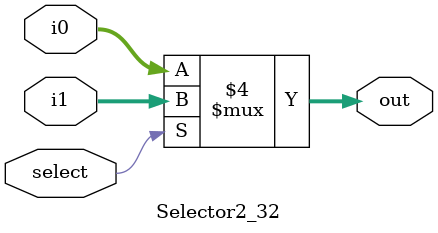
<source format=v>
`timescale 1ns / 1ps


module Selector2_32(
	input [31:0] i0,
	input [31:0] i1,
	output reg [31:0] out,
	input select
	);
	always @(i0 or i1 or select) begin
		if(select == 0)
			out = i0;
		else
			out = i1;
	end
endmodule

</source>
